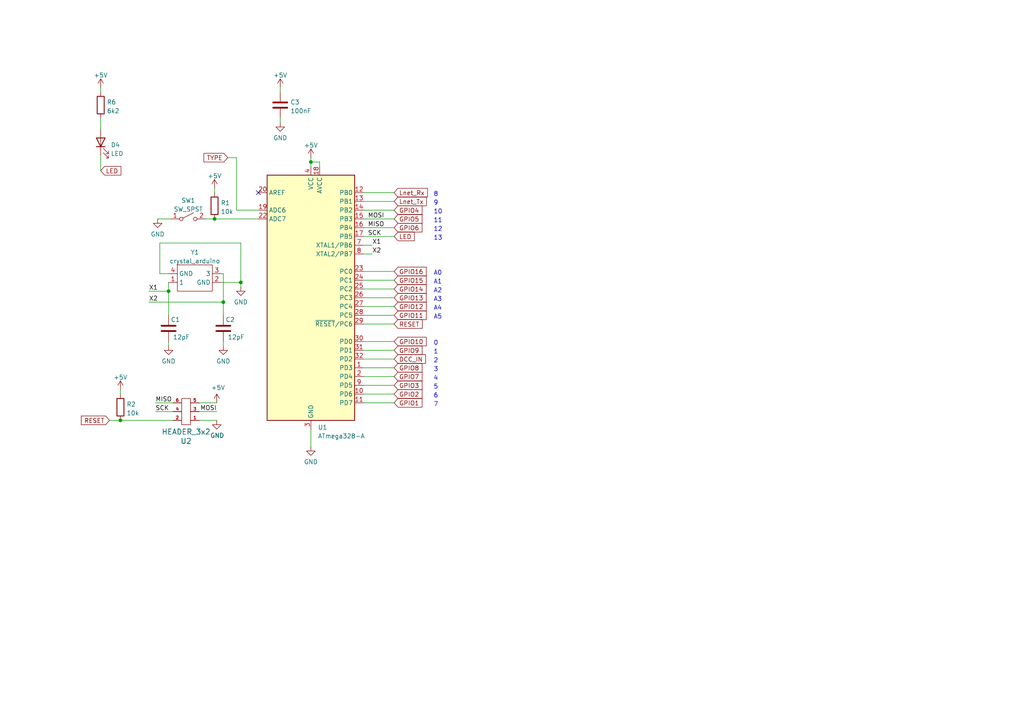
<source format=kicad_sch>
(kicad_sch (version 20211123) (generator eeschema)
  (paper "A4")
  (lib_symbols
    (symbol "Device:C" (pin_numbers hide) (pin_names (offset 0.254))
      (property "Reference" "C" (at 0.635 2.54 0))
      (property "Value" "C" (at 0.635 -2.54 0))
      (symbol "C_0_1"
        (polyline (pts (xy -2.032 -0.762) (xy 2.032 -0.762)) (stroke (width 0.508)))
        (polyline (pts (xy -2.032 0.762) (xy 2.032 0.762)) (stroke (width 0.508)))
      )
      (symbol "C_1_1"
        (pin passive line (at 0 3.81 270) (length 2.794) (name "~") (number "1"))
        (pin passive line (at 0 -3.81 90) (length 2.794) (name "~") (number "2"))
      )
    )
    (symbol "Device:LED" (pin_numbers hide) (pin_names (offset 1.016) hide)
      (property "Reference" "D" (at 0 2.54 0))
      (property "Value" "LED" (at 0 -2.54 0))
      (symbol "LED_0_1"
        (polyline (pts (xy -1.27 -1.27) (xy -1.27 1.27)) (stroke (width 0.254)))
        (polyline (pts (xy -1.27 0) (xy 1.27 0)))
        (polyline (pts (xy 1.27 -1.27) (xy 1.27 1.27) (xy -1.27 0) (xy 1.27 -1.27)) (stroke (width 0.254)))
        (polyline (pts (xy -3.048 -0.762) (xy -4.572 -2.286) (xy -3.81 -2.286) (xy -4.572 -2.286) (xy -4.572 -1.524)))
        (polyline (pts (xy -1.778 -0.762) (xy -3.302 -2.286) (xy -2.54 -2.286) (xy -3.302 -2.286) (xy -3.302 -1.524)))
      )
      (symbol "LED_1_1"
        (pin passive line (at -3.81 0 0) (length 2.54) (name "K") (number "1"))
        (pin passive line (at 3.81 0 180) (length 2.54) (name "A") (number "2"))
      )
    )
    (symbol "Device:R" (pin_numbers hide) (pin_names (offset 0))
      (property "Reference" "R" (at 2.032 0 90))
      (property "Value" "R" (at 0 0 90))
      (symbol "R_0_1"
        (rectangle (start -1.016 -2.54) (end 1.016 2.54) (stroke (width 0.254)))
      )
      (symbol "R_1_1"
        (pin passive line (at 0 3.81 270) (length 1.27) (name "~") (number "1"))
        (pin passive line (at 0 -3.81 90) (length 1.27) (name "~") (number "2"))
      )
    )
    (symbol "MCU_Microchip_ATmega:ATmega328-A"
      (property "Reference" "U" (at -12.7 36.83 0))
      (property "Value" "ATmega328-A" (at 2.54 -36.83 0))
      (symbol "ATmega328-A_0_1"
        (rectangle (start -12.7 -35.56) (end 12.7 35.56) (stroke (width 0.254)) (fill (type background)))
      )
      (symbol "ATmega328-A_1_1"
        (pin bidirectional line (at 15.24 -20.32 180) (length 2.54) (name "PD3") (number "1"))
        (pin bidirectional line (at 15.24 -27.94 180) (length 2.54) (name "PD6") (number "10"))
        (pin bidirectional line (at 15.24 -30.48 180) (length 2.54) (name "PD7") (number "11"))
        (pin bidirectional line (at 15.24 30.48 180) (length 2.54) (name "PB0") (number "12"))
        (pin bidirectional line (at 15.24 27.94 180) (length 2.54) (name "PB1") (number "13"))
        (pin bidirectional line (at 15.24 25.4 180) (length 2.54) (name "PB2") (number "14"))
        (pin bidirectional line (at 15.24 22.86 180) (length 2.54) (name "PB3") (number "15"))
        (pin bidirectional line (at 15.24 20.32 180) (length 2.54) (name "PB4") (number "16"))
        (pin bidirectional line (at 15.24 17.78 180) (length 2.54) (name "PB5") (number "17"))
        (pin power_in line (at 2.54 38.1 270) (length 2.54) (name "AVCC") (number "18"))
        (pin input line (at -15.24 25.4 0) (length 2.54) (name "ADC6") (number "19"))
        (pin bidirectional line (at 15.24 -22.86 180) (length 2.54) (name "PD4") (number "2"))
        (pin passive line (at -15.24 30.48 0) (length 2.54) (name "AREF") (number "20"))
        (pin passive line (at 0 -38.1 90) (length 2.54) hide (name "GND") (number "21"))
        (pin input line (at -15.24 22.86 0) (length 2.54) (name "ADC7") (number "22"))
        (pin bidirectional line (at 15.24 7.62 180) (length 2.54) (name "PC0") (number "23"))
        (pin bidirectional line (at 15.24 5.08 180) (length 2.54) (name "PC1") (number "24"))
        (pin bidirectional line (at 15.24 2.54 180) (length 2.54) (name "PC2") (number "25"))
        (pin bidirectional line (at 15.24 0 180) (length 2.54) (name "PC3") (number "26"))
        (pin bidirectional line (at 15.24 -2.54 180) (length 2.54) (name "PC4") (number "27"))
        (pin bidirectional line (at 15.24 -5.08 180) (length 2.54) (name "PC5") (number "28"))
        (pin bidirectional line (at 15.24 -7.62 180) (length 2.54) (name "~{RESET}/PC6") (number "29"))
        (pin power_in line (at 0 -38.1 90) (length 2.54) (name "GND") (number "3"))
        (pin bidirectional line (at 15.24 -12.7 180) (length 2.54) (name "PD0") (number "30"))
        (pin bidirectional line (at 15.24 -15.24 180) (length 2.54) (name "PD1") (number "31"))
        (pin bidirectional line (at 15.24 -17.78 180) (length 2.54) (name "PD2") (number "32"))
        (pin power_in line (at 0 38.1 270) (length 2.54) (name "VCC") (number "4"))
        (pin passive line (at 0 -38.1 90) (length 2.54) hide (name "GND") (number "5"))
        (pin passive line (at 0 38.1 270) (length 2.54) hide (name "VCC") (number "6"))
        (pin bidirectional line (at 15.24 15.24 180) (length 2.54) (name "XTAL1/PB6") (number "7"))
        (pin bidirectional line (at 15.24 12.7 180) (length 2.54) (name "XTAL2/PB7") (number "8"))
        (pin bidirectional line (at 15.24 -25.4 180) (length 2.54) (name "PD5") (number "9"))
      )
    )
    (symbol "Switch:SW_SPST" (pin_names (offset 0) hide)
      (property "Reference" "SW" (at 0 3.175 0))
      (property "Value" "SW_SPST" (at 0 -2.54 0))
      (symbol "SW_SPST_0_0"
        (circle (center -2.032 0) (radius 0.508))
        (polyline (pts (xy -1.524 0.254) (xy 1.524 1.778)))
        (circle (center 2.032 0) (radius 0.508))
      )
      (symbol "SW_SPST_1_1"
        (pin passive line (at -5.08 0 0) (length 2.54) (name "A") (number "1"))
        (pin passive line (at 5.08 0 180) (length 2.54) (name "B") (number "2"))
      )
    )
    (symbol "custom_bas:crystal_arduino"
      (property "Reference" "Y" (at -2.54 0 0))
      (property "Value" "crystal_arduino" (at -1.27 2.54 0))
      (symbol "crystal_arduino_0_1"
        (rectangle (start -7.62 11.43) (end 2.54 3.81) (stroke (width 0.1524)))
      )
      (symbol "crystal_arduino_1_1"
        (pin passive line (at -10.16 6.35 0) (length 2.54) (name "1") (number "1"))
        (pin power_in line (at 5.08 6.35 180) (length 2.54) (name "GND") (number "2"))
        (pin passive line (at 5.08 8.89 180) (length 2.54) (name "3") (number "3"))
        (pin power_in line (at -10.16 8.89 0) (length 2.54) (name "GND") (number "4"))
      )
    )
    (symbol "power:+5V" (power) (pin_names (offset 0))
      (property "Value" "+5V" (at 0 3.556 0))
      (symbol "+5V_0_1"
        (polyline (pts (xy -0.762 1.27) (xy 0 2.54)))
        (polyline (pts (xy 0 0) (xy 0 2.54)))
        (polyline (pts (xy 0 2.54) (xy 0.762 1.27)))
      )
      (symbol "+5V_1_1"
        (pin power_in line (at 0 0 90) (length 0) hide (name "+5V") (number "1"))
      )
    )
    (symbol "power:GND" (power) (pin_names (offset 0))
      (property "Value" "GND" (at 0 -3.81 0))
      (symbol "GND_0_1"
        (polyline (pts (xy 0 0) (xy 0 -1.27) (xy 1.27 -1.27) (xy 0 -2.54) (xy -1.27 -1.27) (xy 0 -1.27)))
      )
      (symbol "GND_1_1"
        (pin power_in line (at 0 0 270) (length 0) hide (name "GND") (number "1"))
      )
    )
    (symbol "servoDriverSMD-rescue:HEADER_3x2-w_connectors" (pin_names (offset 0))
      (property "Reference" "J" (at 0 5.08 0))
      (property "Value" "HEADER_3x2-w_connectors" (at 0 -5.08 0))
      (symbol "HEADER_3x2-w_connectors_0_1"
        (rectangle (start 1.27 3.81) (end -1.27 -3.81))
      )
      (symbol "HEADER_3x2-w_connectors_1_1"
        (pin passive line (at -3.81 2.54 0) (length 2.54) (name "~") (number "1"))
        (pin passive line (at 3.81 2.54 180) (length 2.54) (name "~") (number "2"))
        (pin passive line (at -3.81 0 0) (length 2.54) (name "~") (number "3"))
        (pin passive line (at 3.81 0 180) (length 2.54) (name "~") (number "4"))
        (pin passive line (at -3.81 -2.54 0) (length 2.54) (name "~") (number "5"))
        (pin passive line (at 3.81 -2.54 180) (length 2.54) (name "~") (number "6"))
      )
    )
  )
  (junction (at 69.85 81.915))
  (junction (at 90.17 46.99))
  (junction (at 48.895 84.455))
  (junction (at 64.77 87.63))
  (junction (at 34.925 121.92))
  (junction (at 62.23 63.5))
  (no_connect (at 74.93 55.88))
  (wire (pts (xy 74.93 60.96) (xy 68.58 60.96)))
  (wire (pts (xy 48.895 84.455) (xy 48.895 91.44)))
  (wire (pts (xy 69.85 70.485) (xy 69.85 81.915)))
  (wire (pts (xy 29.21 45.085) (xy 29.21 49.53)))
  (wire (pts (xy 90.17 124.46) (xy 90.17 129.54)))
  (wire (pts (xy 69.85 81.915) (xy 64.135 81.915)))
  (wire (pts (xy 114.3 86.36) (xy 105.41 86.36)))
  (wire (pts (xy 105.41 91.44) (xy 114.3 91.44)))
  (wire (pts (xy 48.895 81.915) (xy 48.895 84.455)))
  (wire (pts (xy 64.77 99.06) (xy 64.77 100.33)))
  (wire (pts (xy 43.18 87.63) (xy 64.77 87.63)))
  (wire (pts (xy 114.3 116.84) (xy 105.41 116.84)))
  (wire (pts (xy 64.77 87.63) (xy 64.77 91.44)))
  (wire (pts (xy 46.355 79.375) (xy 46.355 70.485)))
  (wire (pts (xy 81.28 25.4) (xy 81.28 26.67)))
  (wire (pts (xy 105.41 83.82) (xy 114.3 83.82)))
  (wire (pts (xy 105.41 99.06) (xy 114.3 99.06)))
  (wire (pts (xy 68.58 45.72) (xy 68.58 60.96)))
  (wire (pts (xy 69.85 81.915) (xy 69.85 83.185)))
  (wire (pts (xy 114.3 88.9) (xy 105.41 88.9)))
  (wire (pts (xy 57.785 121.92) (xy 62.865 121.92)))
  (wire (pts (xy 64.77 79.375) (xy 64.135 79.375)))
  (wire (pts (xy 105.41 93.98) (xy 114.3 93.98)))
  (wire (pts (xy 48.895 99.06) (xy 48.895 100.33)))
  (wire (pts (xy 68.58 45.72) (xy 66.04 45.72)))
  (wire (pts (xy 92.71 46.99) (xy 90.17 46.99)))
  (wire (pts (xy 114.3 60.96) (xy 105.41 60.96)))
  (wire (pts (xy 105.41 81.28) (xy 114.3 81.28)))
  (wire (pts (xy 105.41 55.88) (xy 114.3 55.88)))
  (wire (pts (xy 29.21 34.29) (xy 29.21 37.465)))
  (wire (pts (xy 62.23 54.61) (xy 62.23 55.88)))
  (wire (pts (xy 45.72 63.5) (xy 49.53 63.5)))
  (wire (pts (xy 105.41 73.66) (xy 107.95 73.66)))
  (wire (pts (xy 105.41 71.12) (xy 107.95 71.12)))
  (wire (pts (xy 90.17 45.72) (xy 90.17 46.99)))
  (wire (pts (xy 46.355 70.485) (xy 69.85 70.485)))
  (wire (pts (xy 57.785 119.38) (xy 62.865 119.38)))
  (wire (pts (xy 114.3 63.5) (xy 105.41 63.5)))
  (wire (pts (xy 31.75 121.92) (xy 34.925 121.92)))
  (wire (pts (xy 90.17 46.99) (xy 90.17 48.26)))
  (wire (pts (xy 105.41 58.42) (xy 114.3 58.42)))
  (wire (pts (xy 92.71 48.26) (xy 92.71 46.99)))
  (wire (pts (xy 57.785 116.84) (xy 62.865 116.84)))
  (wire (pts (xy 105.41 101.6) (xy 114.3 101.6)))
  (wire (pts (xy 114.3 68.58) (xy 105.41 68.58)))
  (wire (pts (xy 114.3 114.3) (xy 105.41 114.3)))
  (wire (pts (xy 105.41 109.22) (xy 114.3 109.22)))
  (wire (pts (xy 34.925 113.03) (xy 34.925 114.3)))
  (wire (pts (xy 114.3 104.14) (xy 105.41 104.14)))
  (wire (pts (xy 62.23 63.5) (xy 74.93 63.5)))
  (wire (pts (xy 81.28 34.29) (xy 81.28 35.56)))
  (wire (pts (xy 34.925 121.92) (xy 50.165 121.92)))
  (wire (pts (xy 114.3 66.04) (xy 105.41 66.04)))
  (wire (pts (xy 29.21 25.4) (xy 29.21 26.67)))
  (wire (pts (xy 105.41 106.68) (xy 114.3 106.68)))
  (wire (pts (xy 59.69 63.5) (xy 62.23 63.5)))
  (wire (pts (xy 105.41 78.74) (xy 114.3 78.74)))
  (wire (pts (xy 50.165 119.38) (xy 45.085 119.38)))
  (wire (pts (xy 46.355 79.375) (xy 48.895 79.375)))
  (wire (pts (xy 114.3 111.76) (xy 105.41 111.76)))
  (wire (pts (xy 64.77 79.375) (xy 64.77 87.63)))
  (wire (pts (xy 43.18 84.455) (xy 48.895 84.455)))
  (wire (pts (xy 45.085 116.84) (xy 50.165 116.84)))
  (text "A4" (at 125.73 90.17 0) (effects (font (size 1.27 1.27)) (justify left bottom)))
  (text "A2" (at 125.73 85.09 0) (effects (font (size 1.27 1.27)) (justify left bottom)))
  (text "0" (at 125.73 100.33 0) (effects (font (size 1.27 1.27)) (justify left bottom)))
  (text "5" (at 125.73 113.03 0) (effects (font (size 1.27 1.27)) (justify left bottom)))
  (text "1" (at 125.73 102.87 0) (effects (font (size 1.27 1.27)) (justify left bottom)))
  (text "4" (at 125.73 110.49 0) (effects (font (size 1.27 1.27)) (justify left bottom)))
  (text "6" (at 125.73 115.57 0) (effects (font (size 1.27 1.27)) (justify left bottom)))
  (text "A5" (at 125.73 92.71 0) (effects (font (size 1.27 1.27)) (justify left bottom)))
  (text "8" (at 125.73 57.15 0) (effects (font (size 1.27 1.27)) (justify left bottom)))
  (text "A3" (at 125.73 87.63 0) (effects (font (size 1.27 1.27)) (justify left bottom)))
  (text "13" (at 125.73 69.85 0) (effects (font (size 1.27 1.27)) (justify left bottom)))
  (text "2" (at 125.73 105.41 0) (effects (font (size 1.27 1.27)) (justify left bottom)))
  (text "9" (at 125.73 59.69 0) (effects (font (size 1.27 1.27)) (justify left bottom)))
  (text "10" (at 125.73 62.23 0) (effects (font (size 1.27 1.27)) (justify left bottom)))
  (text "A0" (at 125.73 80.01 0) (effects (font (size 1.27 1.27)) (justify left bottom)))
  (text "A1" (at 125.73 82.55 0) (effects (font (size 1.27 1.27)) (justify left bottom)))
  (text "12" (at 125.73 67.31 0) (effects (font (size 1.27 1.27)) (justify left bottom)))
  (text "11" (at 125.73 64.77 0) (effects (font (size 1.27 1.27)) (justify left bottom)))
  (text "3" (at 125.73 107.95 0) (effects (font (size 1.27 1.27)) (justify left bottom)))
  (text "7" (at 125.73 118.11 0) (effects (font (size 1.27 1.27)) (justify left bottom)))
  (label "X2" (at 107.95 73.66 0))
  (label "X2" (at 43.18 87.63 0))
  (label "MOSI" (at 62.865 119.38 180))
  (label "MOSI" (at 106.68 63.5 0))
  (label "MISO" (at 106.68 66.04 0))
  (label "SCK" (at 106.68 68.58 0))
  (label "X1" (at 107.95 71.12 0))
  (label "SCK" (at 45.085 119.38 0))
  (label "X1" (at 43.18 84.455 0))
  (label "MISO" (at 45.085 116.84 0))
  (global_label "GPIO8" (shape input) (at 114.3 106.68 0) (property "Intersheet References" "${INTERSHEET_REFS}" (effects hide)))
  (global_label "GPIO1" (shape input) (at 114.3 116.84 0) (property "Intersheet References" "${INTERSHEET_REFS}" (effects hide)))
  (global_label "GPIO14" (shape input) (at 114.3 83.82 0) (property "Intersheet References" "${INTERSHEET_REFS}" (effects hide)))
  (global_label "RESET" (shape input) (at 31.75 121.92 180) (property "Intersheet References" "${INTERSHEET_REFS}" (effects hide)))
  (global_label "Lnet_Rx" (shape input) (at 114.3 55.88 0) (property "Intersheet References" "${INTERSHEET_REFS}" (effects hide)))
  (global_label "TYPE" (shape input) (at 66.04 45.72 180) (property "Intersheet References" "${INTERSHEET_REFS}" (effects hide)))
  (global_label "GPIO13" (shape input) (at 114.3 86.36 0) (property "Intersheet References" "${INTERSHEET_REFS}" (effects hide)))
  (global_label "GPIO6" (shape input) (at 114.3 66.04 0) (property "Intersheet References" "${INTERSHEET_REFS}" (effects hide)))
  (global_label "Lnet_Tx" (shape input) (at 114.3 58.42 0) (property "Intersheet References" "${INTERSHEET_REFS}" (effects hide)))
  (global_label "RESET" (shape input) (at 114.3 93.98 0) (property "Intersheet References" "${INTERSHEET_REFS}" (effects hide)))
  (global_label "GPIO4" (shape input) (at 114.3 60.96 0) (property "Intersheet References" "${INTERSHEET_REFS}" (effects hide)))
  (global_label "GPIO15" (shape input) (at 114.3 81.28 0) (property "Intersheet References" "${INTERSHEET_REFS}" (effects hide)))
  (global_label "GPIO7" (shape input) (at 114.3 109.22 0) (property "Intersheet References" "${INTERSHEET_REFS}" (effects hide)))
  (global_label "LED" (shape input) (at 114.3 68.58 0) (property "Intersheet References" "${INTERSHEET_REFS}" (effects hide)))
  (global_label "GPIO10" (shape input) (at 114.3 99.06 0) (property "Intersheet References" "${INTERSHEET_REFS}" (effects hide)))
  (global_label "LED" (shape input) (at 29.21 49.53 0) (property "Intersheet References" "${INTERSHEET_REFS}" (effects hide)))
  (global_label "GPIO3" (shape input) (at 114.3 111.76 0) (property "Intersheet References" "${INTERSHEET_REFS}" (effects hide)))
  (global_label "GPIO5" (shape input) (at 114.3 63.5 0) (property "Intersheet References" "${INTERSHEET_REFS}" (effects hide)))
  (global_label "GPIO11" (shape input) (at 114.3 91.44 0) (property "Intersheet References" "${INTERSHEET_REFS}" (effects hide)))
  (global_label "DCC_IN" (shape input) (at 114.3 104.14 0) (property "Intersheet References" "${INTERSHEET_REFS}" (effects hide)))
  (global_label "GPIO12" (shape input) (at 114.3 88.9 0) (property "Intersheet References" "${INTERSHEET_REFS}" (effects hide)))
  (global_label "GPIO16" (shape input) (at 114.3 78.74 0) (property "Intersheet References" "${INTERSHEET_REFS}" (effects hide)))
  (global_label "GPIO2" (shape input) (at 114.3 114.3 0) (property "Intersheet References" "${INTERSHEET_REFS}" (effects hide)))
  (global_label "GPIO9" (shape input) (at 114.3 101.6 0) (property "Intersheet References" "${INTERSHEET_REFS}" (effects hide)))
  (symbol (lib_id "power:GND") (at 64.77 100.33 0) (unit 1)
    (property "Reference" "#PWR06" (effects hide))
    (property "Value" "GND" (at 64.77 104.7734 0))
  )
  (symbol (lib_id "power:GND") (at 45.72 63.5 0) (unit 1)
    (property "Reference" "#PWR03" (effects hide))
    (property "Value" "GND" (at 45.72 67.9434 0))
  )
  (symbol (lib_id "power:+5V") (at 62.865 116.84 0) (unit 1)
    (property "Reference" "#PWR08" (effects hide))
    (property "Value" "+5V" (at 63.246 112.4458 0))
  )
  (symbol (lib_id "Device:C") (at 64.77 95.25 180) (unit 1)
    (property "Reference" "C2" (at 65.405 92.71 0) (effects (justify right)))
    (property "Value" "12pF" (at 66.04 97.79 0) (effects (justify right)))
    (property "Footprint" "Capacitor_SMD:C_0402_1005Metric_Pad0.74x0.62mm_HandSolder" (effects hide))
    (property "JLCPCB Part#" "C1547" (effects hide))
  )
  (symbol (lib_id "power:+5V") (at 81.28 25.4 0) (unit 1)
    (property "Reference" "#PWR0105" (effects hide))
    (property "Value" "+5V" (at 81.28 21.8242 0))
  )
  (symbol (lib_id "Device:LED") (at 29.21 41.275 90) (unit 1)
    (property "Reference" "D4" (at 32.131 42.0278 90) (effects (justify right)))
    (property "Value" "LED" (at 32.131 44.5647 90) (effects (justify right)))
    (property "Footprint" "LED_SMD:LED_0805_2012Metric_Pad1.15x1.40mm_HandSolder" (effects hide))
    (property "JLCPCB Part#" "C84256" (effects hide))
  )
  (symbol (lib_id "MCU_Microchip_ATmega:ATmega328-A") (at 90.17 86.36 0) (unit 1)
    (property "Reference" "U1" (at 92.1894 123.9504 0) (effects (justify left)))
    (property "Value" "ATmega328-A" (at 92.1894 126.4873 0) (effects (justify left)))
    (property "Footprint" "Package_QFP:TQFP-32_7x7mm_P0.8mm" (effects hide))
    (property "Datasheet" "http://ww1.microchip.com/downloads/en/DeviceDoc/ATmega328_P%20AVR%20MCU%20with%20picoPower%20Technology%20Data%20Sheet%2040001984A.pdf" (effects hide))
    (property "JLCPCB Part#" "C14877" (effects hide))
  )
  (symbol (lib_id "power:GND") (at 90.17 129.54 0) (unit 1)
    (property "Reference" "#PWR010" (effects hide))
    (property "Value" "GND" (at 90.17 133.9834 0))
  )
  (symbol (lib_id "Switch:SW_SPST") (at 54.61 63.5 0) (unit 1)
    (property "Reference" "SW1" (at 54.61 58.1492 0))
    (property "Value" "SW_SPST" (at 54.61 60.6861 0))
    (property "Footprint" "Button_Switch_SMD:SW_SPST_SKQG_WithStem" (effects hide))
    (property "JLCPCB Part#" "C318884" (effects hide))
  )
  (symbol (lib_id "power:GND") (at 69.85 83.185 0) (unit 1)
    (property "Reference" "#PWR04" (effects hide))
    (property "Value" "GND" (at 69.85 87.6284 0))
  )
  (symbol (lib_id "custom_bas:crystal_arduino") (at 59.055 88.265 0) (unit 1)
    (property "Reference" "Y1" (at 56.515 73.186 0))
    (property "Value" "crystal_arduino" (at 56.515 75.7229 0))
    (property "Footprint" "custom_kicad_lib_sk:crystal_arduino" (effects hide))
    (property "JLCPCB Part#" "C13738" (effects hide))
  )
  (symbol (lib_id "Device:R") (at 29.21 30.48 0) (unit 1)
    (property "Reference" "R6" (at 30.988 29.6453 0) (effects (justify left)))
    (property "Value" "6k2" (at 30.988 32.1822 0) (effects (justify left)))
    (property "Footprint" "Resistor_SMD:R_0603_1608Metric_Pad0.98x0.95mm_HandSolder" (effects hide))
    (property "JLCPCB Part#" "C4260" (effects hide))
  )
  (symbol (lib_id "power:+5V") (at 34.925 113.03 0) (unit 1)
    (property "Reference" "#PWR07" (effects hide))
    (property "Value" "+5V" (at 34.925 109.4542 0))
  )
  (symbol (lib_id "Device:C") (at 48.895 95.25 180) (unit 1)
    (property "Reference" "C1" (at 49.53 92.71 0) (effects (justify right)))
    (property "Value" "12pF" (at 50.165 97.79 0) (effects (justify right)))
    (property "Footprint" "Capacitor_SMD:C_0402_1005Metric_Pad0.74x0.62mm_HandSolder" (effects hide))
    (property "JLCPCB Part#" "C1547" (effects hide))
  )
  (symbol (lib_id "Device:R") (at 62.23 59.69 0) (unit 1)
    (property "Reference" "R1" (at 64.008 58.8553 0) (effects (justify left)))
    (property "Value" "10k" (at 64.008 61.3922 0) (effects (justify left)))
    (property "Footprint" "Resistor_SMD:R_0402_1005Metric_Pad0.72x0.64mm_HandSolder" (effects hide))
    (property "JLCPCB Part#" "C25744" (effects hide))
  )
  (symbol (lib_id "power:+5V") (at 90.17 45.72 0) (unit 1)
    (property "Reference" "#PWR01" (effects hide))
    (property "Value" "+5V" (at 90.17 42.1442 0))
  )
  (symbol (lib_id "power:+5V") (at 29.21 25.4 0) (unit 1)
    (property "Reference" "#PWR0101" (effects hide))
    (property "Value" "+5V" (at 29.21 21.8242 0))
  )
  (symbol (lib_id "power:GND") (at 48.895 100.33 0) (unit 1)
    (property "Reference" "#PWR05" (effects hide))
    (property "Value" "GND" (at 48.895 104.7734 0))
  )
  (symbol (lib_id "power:GND") (at 81.28 35.56 0) (unit 1)
    (property "Reference" "#PWR0104" (effects hide))
    (property "Value" "GND" (at 81.28 40.0034 0))
  )
  (symbol (lib_id "Device:C") (at 81.28 30.48 180) (unit 1)
    (property "Reference" "C3" (at 84.201 29.6453 0) (effects (justify right)))
    (property "Value" "100nF" (at 84.201 32.1822 0) (effects (justify right)))
    (property "Footprint" "Capacitor_SMD:C_0603_1608Metric_Pad1.08x0.95mm_HandSolder" (effects hide))
    (property "JLCPCB Part#" "C14663" (effects hide))
  )
  (symbol (lib_id "servoDriverSMD-rescue:HEADER_3x2-w_connectors") (at 53.975 119.38 180) (unit 1)
    (property "Reference" "U2" (at 53.975 127.9398 0) (effects (font (size 1.524 1.524))))
    (property "Value" "HEADER_3x2" (at 53.975 125.2474 0) (effects (font (size 1.524 1.524))))
    (property "Footprint" "Connector_PinSocket_1.27mm:PinSocket_2x03_P1.27mm_Vertical" (effects hide))
  )
  (symbol (lib_id "power:+5V") (at 62.23 54.61 0) (unit 1)
    (property "Reference" "#PWR02" (effects hide))
    (property "Value" "+5V" (at 62.23 51.0342 0))
  )
  (symbol (lib_id "power:GND") (at 62.865 121.92 0) (unit 1)
    (property "Reference" "#PWR09" (effects hide))
    (property "Value" "GND" (at 62.992 126.3142 0))
  )
  (symbol (lib_id "Device:R") (at 34.925 118.11 0) (unit 1)
    (property "Reference" "R2" (at 36.703 117.2753 0) (effects (justify left)))
    (property "Value" "10k" (at 36.703 119.8122 0) (effects (justify left)))
    (property "Footprint" "Resistor_SMD:R_0402_1005Metric_Pad0.72x0.64mm_HandSolder" (effects hide))
    (property "JLCPCB Part#" "C25744" (effects hide))
  )
)
</source>
